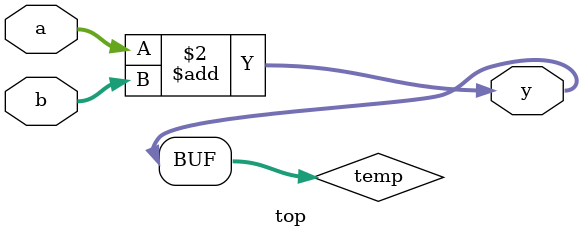
<source format=v>
`timescale 1ns / 1ps
 
module top(
    input [3:0] a,b,
    output [4:0] y
    );
 
reg [4:0] temp;
 
always@(*)
begin
temp = a + b;
end    
assign y = temp;  
    
  
endmodule
</source>
